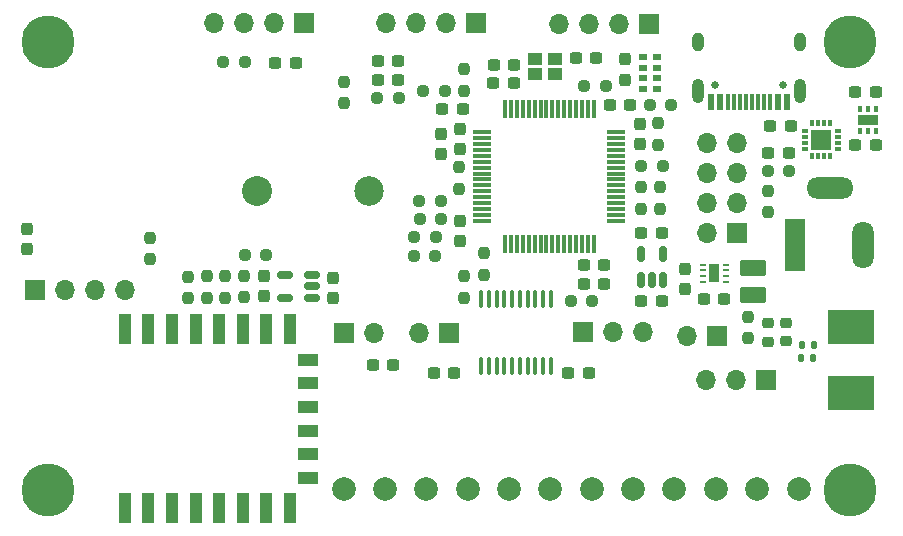
<source format=gts>
G04 #@! TF.GenerationSoftware,KiCad,Pcbnew,7.0.2-0*
G04 #@! TF.CreationDate,2024-02-25T21:13:15-06:00*
G04 #@! TF.ProjectId,spudglo_driver_v7p0,73707564-676c-46f5-9f64-72697665725f,rev?*
G04 #@! TF.SameCoordinates,Original*
G04 #@! TF.FileFunction,Soldermask,Top*
G04 #@! TF.FilePolarity,Negative*
%FSLAX46Y46*%
G04 Gerber Fmt 4.6, Leading zero omitted, Abs format (unit mm)*
G04 Created by KiCad (PCBNEW 7.0.2-0) date 2024-02-25 21:13:15*
%MOMM*%
%LPD*%
G01*
G04 APERTURE LIST*
G04 Aperture macros list*
%AMRoundRect*
0 Rectangle with rounded corners*
0 $1 Rounding radius*
0 $2 $3 $4 $5 $6 $7 $8 $9 X,Y pos of 4 corners*
0 Add a 4 corners polygon primitive as box body*
4,1,4,$2,$3,$4,$5,$6,$7,$8,$9,$2,$3,0*
0 Add four circle primitives for the rounded corners*
1,1,$1+$1,$2,$3*
1,1,$1+$1,$4,$5*
1,1,$1+$1,$6,$7*
1,1,$1+$1,$8,$9*
0 Add four rect primitives between the rounded corners*
20,1,$1+$1,$2,$3,$4,$5,0*
20,1,$1+$1,$4,$5,$6,$7,0*
20,1,$1+$1,$6,$7,$8,$9,0*
20,1,$1+$1,$8,$9,$2,$3,0*%
G04 Aperture macros list end*
%ADD10RoundRect,0.237500X-0.250000X-0.237500X0.250000X-0.237500X0.250000X0.237500X-0.250000X0.237500X0*%
%ADD11RoundRect,0.237500X-0.300000X-0.237500X0.300000X-0.237500X0.300000X0.237500X-0.300000X0.237500X0*%
%ADD12R,1.700000X1.700000*%
%ADD13O,1.700000X1.700000*%
%ADD14RoundRect,0.075000X-0.075000X0.700000X-0.075000X-0.700000X0.075000X-0.700000X0.075000X0.700000X0*%
%ADD15RoundRect,0.075000X-0.700000X0.075000X-0.700000X-0.075000X0.700000X-0.075000X0.700000X0.075000X0*%
%ADD16RoundRect,0.237500X0.300000X0.237500X-0.300000X0.237500X-0.300000X-0.237500X0.300000X-0.237500X0*%
%ADD17RoundRect,0.237500X0.237500X-0.300000X0.237500X0.300000X-0.237500X0.300000X-0.237500X-0.300000X0*%
%ADD18RoundRect,0.237500X-0.237500X0.250000X-0.237500X-0.250000X0.237500X-0.250000X0.237500X0.250000X0*%
%ADD19C,4.500000*%
%ADD20R,4.000000X3.000000*%
%ADD21R,1.200000X1.000000*%
%ADD22RoundRect,0.237500X0.237500X-0.250000X0.237500X0.250000X-0.237500X0.250000X-0.237500X-0.250000X0*%
%ADD23RoundRect,0.237500X0.250000X0.237500X-0.250000X0.237500X-0.250000X-0.237500X0.250000X-0.237500X0*%
%ADD24RoundRect,0.237500X-0.237500X0.300000X-0.237500X-0.300000X0.237500X-0.300000X0.237500X0.300000X0*%
%ADD25RoundRect,0.150000X0.150000X-0.512500X0.150000X0.512500X-0.150000X0.512500X-0.150000X-0.512500X0*%
%ADD26RoundRect,0.218750X0.256250X-0.218750X0.256250X0.218750X-0.256250X0.218750X-0.256250X-0.218750X0*%
%ADD27RoundRect,0.135000X-0.135000X-0.185000X0.135000X-0.185000X0.135000X0.185000X-0.135000X0.185000X0*%
%ADD28R,1.800000X4.400000*%
%ADD29O,1.800000X4.000000*%
%ADD30O,4.000000X1.800000*%
%ADD31C,0.650000*%
%ADD32R,0.600000X1.450000*%
%ADD33R,0.300000X1.450000*%
%ADD34O,1.000000X2.100000*%
%ADD35O,1.000000X1.600000*%
%ADD36R,1.000000X2.500000*%
%ADD37R,1.800000X1.000000*%
%ADD38R,0.400000X0.470000*%
%ADD39R,1.700000X0.950000*%
%ADD40R,0.300000X0.625000*%
%ADD41R,0.625000X0.300000*%
%ADD42RoundRect,0.250001X-0.849999X0.462499X-0.849999X-0.462499X0.849999X-0.462499X0.849999X0.462499X0*%
%ADD43R,0.500000X0.250000*%
%ADD44R,0.900000X1.600000*%
%ADD45C,2.000000*%
%ADD46RoundRect,0.150000X0.512500X0.150000X-0.512500X0.150000X-0.512500X-0.150000X0.512500X-0.150000X0*%
%ADD47RoundRect,0.100000X-0.100000X0.637500X-0.100000X-0.637500X0.100000X-0.637500X0.100000X0.637500X0*%
%ADD48R,0.800000X0.500000*%
%ADD49C,2.500000*%
%ADD50C,2.540000*%
G04 APERTURE END LIST*
D10*
X102595000Y-153500000D03*
X104420000Y-153500000D03*
D11*
X121830000Y-158900000D03*
X123555000Y-158900000D03*
D12*
X107830000Y-135350000D03*
D13*
X105290000Y-135350000D03*
X102750000Y-135350000D03*
X100210000Y-135350000D03*
D10*
X103035000Y-150430000D03*
X104860000Y-150430000D03*
D14*
X117810000Y-142690000D03*
X117310000Y-142690000D03*
X116810000Y-142690000D03*
X116310000Y-142690000D03*
X115810000Y-142690000D03*
X115310000Y-142690000D03*
X114810000Y-142690000D03*
X114310000Y-142690000D03*
X113810000Y-142690000D03*
X113310000Y-142690000D03*
X112810000Y-142690000D03*
X112310000Y-142690000D03*
X111810000Y-142690000D03*
X111310000Y-142690000D03*
X110810000Y-142690000D03*
X110310000Y-142690000D03*
D15*
X108385000Y-144615000D03*
X108385000Y-145115000D03*
X108385000Y-145615000D03*
X108385000Y-146115000D03*
X108385000Y-146615000D03*
X108385000Y-147115000D03*
X108385000Y-147615000D03*
X108385000Y-148115000D03*
X108385000Y-148615000D03*
X108385000Y-149115000D03*
X108385000Y-149615000D03*
X108385000Y-150115000D03*
X108385000Y-150615000D03*
X108385000Y-151115000D03*
X108385000Y-151615000D03*
X108385000Y-152115000D03*
D14*
X110310000Y-154040000D03*
X110810000Y-154040000D03*
X111310000Y-154040000D03*
X111810000Y-154040000D03*
X112310000Y-154040000D03*
X112810000Y-154040000D03*
X113310000Y-154040000D03*
X113810000Y-154040000D03*
X114310000Y-154040000D03*
X114810000Y-154040000D03*
X115310000Y-154040000D03*
X115810000Y-154040000D03*
X116310000Y-154040000D03*
X116810000Y-154040000D03*
X117310000Y-154040000D03*
X117810000Y-154040000D03*
D15*
X119735000Y-152115000D03*
X119735000Y-151615000D03*
X119735000Y-151115000D03*
X119735000Y-150615000D03*
X119735000Y-150115000D03*
X119735000Y-149615000D03*
X119735000Y-149115000D03*
X119735000Y-148615000D03*
X119735000Y-148115000D03*
X119735000Y-147615000D03*
X119735000Y-147115000D03*
X119735000Y-146615000D03*
X119735000Y-146115000D03*
X119735000Y-145615000D03*
X119735000Y-145115000D03*
X119735000Y-144615000D03*
D16*
X106710000Y-142690000D03*
X104985000Y-142690000D03*
X128882499Y-158730001D03*
X127157499Y-158730001D03*
D17*
X95730000Y-158655000D03*
X95730000Y-156930000D03*
D12*
X128250000Y-161880000D03*
D13*
X125710000Y-161880000D03*
D18*
X96700000Y-140357500D03*
X96700000Y-142182500D03*
D17*
X69839992Y-154530001D03*
X69839992Y-152805001D03*
D10*
X102575000Y-155070000D03*
X104400000Y-155070000D03*
D19*
X139540000Y-174930000D03*
D20*
X139570000Y-161130001D03*
X139570000Y-166730001D03*
D21*
X112820000Y-139710000D03*
X114520000Y-139710000D03*
X114520000Y-138410000D03*
X112820000Y-138410000D03*
D10*
X103085000Y-151970000D03*
X104910000Y-151970000D03*
D17*
X106470000Y-146032500D03*
X106470000Y-144307500D03*
D22*
X86600000Y-158630000D03*
X86600000Y-156805000D03*
D23*
X134375000Y-147930000D03*
X132550000Y-147930000D03*
D10*
X99500000Y-141720000D03*
X101325000Y-141720000D03*
D17*
X106490000Y-153825000D03*
X106490000Y-152100000D03*
D18*
X108540001Y-154860001D03*
X108540001Y-156685001D03*
D16*
X101265000Y-140160000D03*
X99540000Y-140160000D03*
D18*
X121830000Y-149270000D03*
X121830000Y-151095000D03*
D16*
X118685000Y-155890000D03*
X116960000Y-155890000D03*
D11*
X104285000Y-164960000D03*
X106010000Y-164960000D03*
D12*
X96690000Y-161630000D03*
D13*
X99230000Y-161630000D03*
D18*
X132549999Y-149554999D03*
X132549999Y-151379999D03*
D12*
X122480000Y-135410000D03*
D13*
X119940000Y-135410000D03*
X117400000Y-135410000D03*
X114860000Y-135410000D03*
D22*
X130900000Y-162065000D03*
X130900000Y-160240000D03*
D24*
X125520001Y-156164997D03*
X125520001Y-157889997D03*
D22*
X80240000Y-155362500D03*
X80240000Y-153537500D03*
D25*
X121790000Y-157165000D03*
X122740000Y-157165000D03*
X123690000Y-157165000D03*
X123690000Y-154890000D03*
X121790000Y-154890000D03*
D16*
X111060000Y-138900000D03*
X109335000Y-138900000D03*
D11*
X109315000Y-140420000D03*
X111040000Y-140420000D03*
X90840000Y-138730000D03*
X92565000Y-138730000D03*
D12*
X129915000Y-153130000D03*
D13*
X127375000Y-153130000D03*
X129915000Y-150590000D03*
X127375000Y-150590000D03*
X129915000Y-148050000D03*
X127375000Y-148050000D03*
X129915000Y-145510000D03*
X127375000Y-145510000D03*
D26*
X134100000Y-162315000D03*
X134100000Y-160740000D03*
D10*
X88250000Y-155040000D03*
X90075000Y-155040000D03*
D27*
X135380000Y-163710000D03*
X136400000Y-163710000D03*
D22*
X106430000Y-149425000D03*
X106430000Y-147600000D03*
D19*
X139540000Y-136950000D03*
D11*
X99124999Y-164290004D03*
X100849999Y-164290004D03*
D23*
X117685000Y-158940000D03*
X115860000Y-158940000D03*
D22*
X83470000Y-158665000D03*
X83470000Y-156840000D03*
D16*
X134322500Y-146360000D03*
X132597500Y-146360000D03*
D18*
X106789997Y-139264999D03*
X106789997Y-141089999D03*
D12*
X116930000Y-161540000D03*
D13*
X119470000Y-161540000D03*
X122010000Y-161540000D03*
D28*
X134850000Y-154160000D03*
D29*
X140650000Y-154160000D03*
D30*
X137850000Y-149360000D03*
D11*
X119187500Y-142280000D03*
X120912500Y-142280000D03*
D18*
X106840000Y-156787500D03*
X106840000Y-158612500D03*
D31*
X133850000Y-140590000D03*
X128070000Y-140590000D03*
D32*
X134210000Y-142035000D03*
X133410000Y-142035000D03*
D33*
X132210000Y-142035000D03*
X131210000Y-142035000D03*
X130710000Y-142035000D03*
X129710000Y-142035000D03*
D32*
X128510000Y-142035000D03*
X127710000Y-142035000D03*
X127710000Y-142035000D03*
X128510000Y-142035000D03*
D33*
X129210000Y-142035000D03*
X130210000Y-142035000D03*
X131710000Y-142035000D03*
X132710000Y-142035000D03*
D32*
X133410000Y-142035000D03*
X134210000Y-142035000D03*
D34*
X135280000Y-141120000D03*
D35*
X135280000Y-136940000D03*
D34*
X126640000Y-141120000D03*
D35*
X126640000Y-136940000D03*
D36*
X78100000Y-176470000D03*
X80100000Y-176470000D03*
X82100000Y-176470000D03*
X84100000Y-176470000D03*
X86100000Y-176470000D03*
X88100000Y-176470000D03*
X90100000Y-176470000D03*
X92100000Y-176470000D03*
D37*
X93600000Y-173870000D03*
X93600000Y-171870000D03*
X93600000Y-169870000D03*
X93600000Y-167870000D03*
X93600000Y-165870000D03*
X93600000Y-163870000D03*
D36*
X92100000Y-161270000D03*
X90100000Y-161270000D03*
X88100000Y-161270000D03*
X86100000Y-161270000D03*
X84100000Y-161270000D03*
X82100000Y-161270000D03*
X80100000Y-161270000D03*
X78100000Y-161270000D03*
D11*
X121850000Y-153160000D03*
X123575000Y-153160000D03*
X139955000Y-141200000D03*
X141680000Y-141200000D03*
D12*
X93320000Y-135340000D03*
D13*
X90780000Y-135340000D03*
X88240000Y-135340000D03*
X85700000Y-135340000D03*
D10*
X122565000Y-142270001D03*
X124390000Y-142270001D03*
D16*
X118685000Y-157430000D03*
X116960000Y-157430000D03*
D38*
X141690000Y-142645000D03*
X141040000Y-142645000D03*
X140390000Y-142645000D03*
X140390000Y-144475000D03*
X141040000Y-144475000D03*
X141690000Y-144475000D03*
D39*
X141040000Y-143560000D03*
D10*
X103384999Y-141130003D03*
X105209999Y-141130003D03*
D40*
X136290000Y-146617695D03*
X136790000Y-146617695D03*
X137290000Y-146617695D03*
X137790000Y-146617695D03*
D41*
X138457500Y-146010195D03*
X138457500Y-145510195D03*
X138457500Y-145010195D03*
X138457500Y-144510195D03*
D40*
X137790000Y-143842695D03*
X137290000Y-143842695D03*
X136790000Y-143842695D03*
X136290000Y-143842695D03*
D41*
X135682500Y-144510195D03*
X135682500Y-145010195D03*
X135682500Y-145510195D03*
X135682500Y-146010195D03*
D12*
X137065000Y-145235195D03*
D16*
X101272500Y-138550000D03*
X99547500Y-138550000D03*
D12*
X70500000Y-157980000D03*
D13*
X73040000Y-157980000D03*
X75580000Y-157980000D03*
X78120000Y-157980000D03*
D22*
X88230001Y-158585000D03*
X88230001Y-156760000D03*
D12*
X105600000Y-161620000D03*
D13*
X103060000Y-161620000D03*
D22*
X85040000Y-158650000D03*
X85040000Y-156825000D03*
D42*
X131300001Y-156075003D03*
X131300001Y-158400003D03*
D11*
X116285000Y-138310000D03*
X118010000Y-138310000D03*
D23*
X88255000Y-138710000D03*
X86430000Y-138710000D03*
D17*
X104840000Y-146470000D03*
X104840000Y-144745000D03*
D19*
X71630000Y-174900000D03*
D12*
X132410000Y-165570000D03*
D13*
X129870000Y-165570000D03*
X127330000Y-165570000D03*
D17*
X89930000Y-158505000D03*
X89930000Y-156780000D03*
D24*
X121710000Y-143890000D03*
X121710000Y-145615000D03*
D43*
X127080000Y-155820000D03*
X127080000Y-156320000D03*
X127080000Y-156820000D03*
X127080000Y-157320000D03*
X128980000Y-157320000D03*
X128980000Y-156820000D03*
X128980000Y-156320000D03*
X128980000Y-155820000D03*
D44*
X128030000Y-156570000D03*
D10*
X117027500Y-140730000D03*
X118852500Y-140730000D03*
D45*
X135150000Y-174840000D03*
X131650000Y-174840000D03*
X128150000Y-174840000D03*
X124650000Y-174840000D03*
X121150000Y-174840000D03*
X117650000Y-174840000D03*
X114150000Y-174840000D03*
X110650000Y-174840000D03*
X107150000Y-174840000D03*
X103650000Y-174840000D03*
X100150000Y-174840000D03*
X96650000Y-174840000D03*
D46*
X93930000Y-158620000D03*
X93930000Y-157670000D03*
X93930000Y-156720000D03*
X91655000Y-156720000D03*
X91655000Y-158620000D03*
D47*
X114155000Y-158707500D03*
X113505000Y-158707500D03*
X112855000Y-158707500D03*
X112205000Y-158707500D03*
X111555000Y-158707500D03*
X110905000Y-158707500D03*
X110255000Y-158707500D03*
X109605000Y-158707500D03*
X108955000Y-158707500D03*
X108305000Y-158707500D03*
X108305000Y-164432500D03*
X108955000Y-164432500D03*
X109605000Y-164432500D03*
X110255000Y-164432500D03*
X110905000Y-164432500D03*
X111555000Y-164432500D03*
X112205000Y-164432500D03*
X112855000Y-164432500D03*
X113505000Y-164432500D03*
X114155000Y-164432500D03*
D18*
X123430000Y-149260000D03*
X123430000Y-151085000D03*
D26*
X132530000Y-162350000D03*
X132530000Y-160775000D03*
D48*
X121970000Y-138250000D03*
X121970000Y-139150000D03*
X121970000Y-140050000D03*
X121970000Y-140950000D03*
X123170000Y-140950000D03*
X123170000Y-140050000D03*
X123170000Y-139150000D03*
X123170000Y-138250000D03*
D19*
X71620000Y-136980000D03*
D11*
X139960001Y-145679996D03*
X141685001Y-145679996D03*
D17*
X120420000Y-140170000D03*
X120420000Y-138445000D03*
D18*
X123250000Y-143830000D03*
X123250000Y-145655000D03*
D23*
X123675000Y-147490000D03*
X121850000Y-147490000D03*
D11*
X115660000Y-164990000D03*
X117385000Y-164990000D03*
D27*
X135420000Y-162670000D03*
X136440000Y-162670000D03*
D16*
X134495000Y-144090000D03*
X132770000Y-144090000D03*
D49*
X98796605Y-149610000D03*
D50*
X89266605Y-149610000D03*
M02*

</source>
